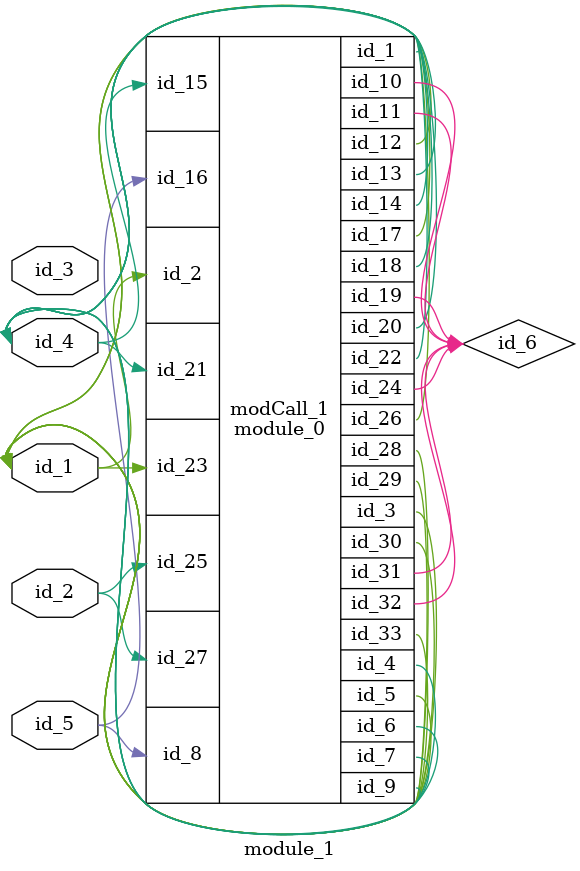
<source format=v>
module module_0 (
    id_1,
    id_2,
    id_3,
    id_4,
    id_5,
    id_6,
    id_7,
    id_8,
    id_9,
    id_10,
    id_11,
    id_12,
    id_13,
    id_14,
    id_15,
    id_16,
    id_17,
    id_18,
    id_19,
    id_20,
    id_21,
    id_22,
    id_23,
    id_24,
    id_25,
    id_26,
    id_27,
    id_28,
    id_29,
    id_30,
    id_31,
    id_32,
    id_33
);
  inout wire id_33;
  output wire id_32;
  inout wire id_31;
  output wire id_30;
  output wire id_29;
  output wire id_28;
  input wire id_27;
  inout wire id_26;
  input wire id_25;
  output wire id_24;
  input wire id_23;
  inout wire id_22;
  input wire id_21;
  inout wire id_20;
  inout wire id_19;
  output wire id_18;
  output wire id_17;
  input wire id_16;
  input wire id_15;
  output wire id_14;
  inout wire id_13;
  inout wire id_12;
  inout wire id_11;
  inout wire id_10;
  output wire id_9;
  input wire id_8;
  output wire id_7;
  inout wire id_6;
  inout wire id_5;
  inout wire id_4;
  inout wire id_3;
  input wire id_2;
  output wire id_1;
  assign id_26 = id_4;
  assign id_18 = id_11;
endmodule
module module_1 (
    id_1,
    id_2,
    id_3,
    id_4,
    id_5
);
  input wire id_5;
  inout wire id_4;
  input wire id_3;
  input wire id_2;
  inout wire id_1;
  wire id_6;
  module_0 modCall_1 (
      id_4,
      id_1,
      id_1,
      id_4,
      id_1,
      id_4,
      id_4,
      id_5,
      id_4,
      id_6,
      id_6,
      id_1,
      id_4,
      id_4,
      id_4,
      id_5,
      id_1,
      id_4,
      id_6,
      id_4,
      id_4,
      id_4,
      id_1,
      id_6,
      id_2,
      id_1,
      id_2,
      id_1,
      id_1,
      id_1,
      id_6,
      id_6,
      id_1
  );
  wire id_7;
endmodule

</source>
